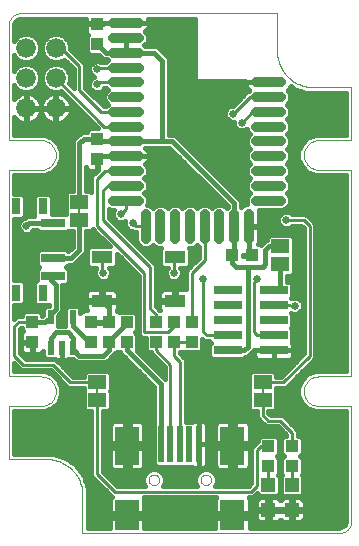
<source format=gtl>
G75*
G70*
%OFA0B0*%
%FSLAX24Y24*%
%IPPOS*%
%LPD*%
%AMOC8*
5,1,8,0,0,1.08239X$1,22.5*
%
%ADD10C,0.0000*%
%ADD11C,0.0335*%
%ADD12R,0.0630X0.0460*%
%ADD13R,0.0472X0.0472*%
%ADD14R,0.0787X0.0984*%
%ADD15R,0.0787X0.1299*%
%ADD16R,0.0197X0.1220*%
%ADD17R,0.0709X0.0433*%
%ADD18R,0.0945X0.0299*%
%ADD19R,0.0217X0.0472*%
%ADD20R,0.0394X0.0433*%
%ADD21R,0.0433X0.0394*%
%ADD22C,0.0660*%
%ADD23R,0.0315X0.0551*%
%ADD24R,0.0787X0.0315*%
%ADD25R,0.0080X0.0250*%
%ADD26C,0.0250*%
%ADD27C,0.0160*%
%ADD28C,0.0100*%
D10*
X002428Y003348D02*
X003708Y003348D01*
X003774Y003346D01*
X003840Y003341D01*
X003906Y003331D01*
X003971Y003318D01*
X004035Y003302D01*
X004098Y003282D01*
X004160Y003258D01*
X004220Y003231D01*
X004279Y003201D01*
X004336Y003167D01*
X004391Y003130D01*
X004444Y003090D01*
X004495Y003048D01*
X004543Y003002D01*
X004589Y002954D01*
X004631Y002903D01*
X004671Y002850D01*
X004708Y002795D01*
X004742Y002738D01*
X004772Y002679D01*
X004799Y002619D01*
X004823Y002557D01*
X004843Y002494D01*
X004859Y002430D01*
X004872Y002365D01*
X004882Y002299D01*
X004887Y002233D01*
X004889Y002167D01*
X004889Y000888D01*
X013452Y000888D01*
X013452Y000887D02*
X013491Y000889D01*
X013529Y000895D01*
X013566Y000904D01*
X013603Y000917D01*
X013638Y000934D01*
X013671Y000953D01*
X013702Y000976D01*
X013731Y001002D01*
X013757Y001031D01*
X013780Y001062D01*
X013799Y001095D01*
X013816Y001130D01*
X013829Y001167D01*
X013838Y001204D01*
X013844Y001242D01*
X013846Y001281D01*
X013845Y001281D02*
X013845Y005120D01*
X012763Y005120D01*
X012720Y005122D01*
X012678Y005127D01*
X012636Y005137D01*
X012595Y005150D01*
X012555Y005166D01*
X012517Y005186D01*
X012481Y005209D01*
X012447Y005235D01*
X012415Y005264D01*
X012386Y005296D01*
X012360Y005330D01*
X012337Y005366D01*
X012317Y005404D01*
X012301Y005444D01*
X012288Y005485D01*
X012278Y005527D01*
X012273Y005569D01*
X012271Y005612D01*
X012273Y005655D01*
X012278Y005697D01*
X012288Y005739D01*
X012301Y005780D01*
X012317Y005820D01*
X012337Y005858D01*
X012360Y005894D01*
X012386Y005928D01*
X012415Y005960D01*
X012447Y005989D01*
X012481Y006015D01*
X012517Y006038D01*
X012555Y006058D01*
X012595Y006074D01*
X012636Y006087D01*
X012678Y006097D01*
X012720Y006102D01*
X012763Y006104D01*
X013845Y006104D01*
X013845Y012994D01*
X012763Y012994D01*
X012720Y012996D01*
X012678Y013001D01*
X012636Y013011D01*
X012595Y013024D01*
X012555Y013040D01*
X012517Y013060D01*
X012481Y013083D01*
X012447Y013109D01*
X012415Y013138D01*
X012386Y013170D01*
X012360Y013204D01*
X012337Y013240D01*
X012317Y013278D01*
X012301Y013318D01*
X012288Y013359D01*
X012278Y013401D01*
X012273Y013443D01*
X012271Y013486D01*
X012273Y013529D01*
X012278Y013571D01*
X012288Y013613D01*
X012301Y013654D01*
X012317Y013694D01*
X012337Y013732D01*
X012360Y013768D01*
X012386Y013802D01*
X012415Y013834D01*
X012447Y013863D01*
X012481Y013889D01*
X012517Y013912D01*
X012555Y013932D01*
X012595Y013948D01*
X012636Y013961D01*
X012678Y013971D01*
X012720Y013976D01*
X012763Y013978D01*
X013845Y013978D01*
X013845Y015750D01*
X012566Y015750D01*
X012500Y015752D01*
X012434Y015757D01*
X012368Y015767D01*
X012303Y015780D01*
X012239Y015796D01*
X012176Y015816D01*
X012114Y015840D01*
X012054Y015867D01*
X011995Y015897D01*
X011938Y015931D01*
X011883Y015968D01*
X011830Y016008D01*
X011779Y016050D01*
X011731Y016096D01*
X011685Y016144D01*
X011643Y016195D01*
X011603Y016248D01*
X011566Y016303D01*
X011532Y016360D01*
X011502Y016419D01*
X011475Y016479D01*
X011451Y016541D01*
X011431Y016604D01*
X011415Y016668D01*
X011402Y016733D01*
X011392Y016799D01*
X011387Y016865D01*
X011385Y016931D01*
X011385Y018210D01*
X002822Y018210D01*
X002822Y018211D02*
X002783Y018209D01*
X002745Y018203D01*
X002708Y018194D01*
X002671Y018181D01*
X002636Y018164D01*
X002603Y018145D01*
X002572Y018122D01*
X002543Y018096D01*
X002517Y018067D01*
X002494Y018036D01*
X002475Y018003D01*
X002458Y017968D01*
X002445Y017931D01*
X002436Y017894D01*
X002430Y017856D01*
X002428Y017817D01*
X002428Y013978D01*
X003511Y013978D01*
X003554Y013976D01*
X003596Y013971D01*
X003638Y013961D01*
X003679Y013948D01*
X003719Y013932D01*
X003757Y013912D01*
X003793Y013889D01*
X003827Y013863D01*
X003859Y013834D01*
X003888Y013802D01*
X003914Y013768D01*
X003937Y013732D01*
X003957Y013694D01*
X003973Y013654D01*
X003986Y013613D01*
X003996Y013571D01*
X004001Y013529D01*
X004003Y013486D01*
X004001Y013443D01*
X003996Y013401D01*
X003986Y013359D01*
X003973Y013318D01*
X003957Y013278D01*
X003937Y013240D01*
X003914Y013204D01*
X003888Y013170D01*
X003859Y013138D01*
X003827Y013109D01*
X003793Y013083D01*
X003757Y013060D01*
X003719Y013040D01*
X003679Y013024D01*
X003638Y013011D01*
X003596Y013001D01*
X003554Y012996D01*
X003511Y012994D01*
X002428Y012994D01*
X002428Y006104D01*
X003511Y006104D01*
X003554Y006102D01*
X003596Y006097D01*
X003638Y006087D01*
X003679Y006074D01*
X003719Y006058D01*
X003757Y006038D01*
X003793Y006015D01*
X003827Y005989D01*
X003859Y005960D01*
X003888Y005928D01*
X003914Y005894D01*
X003937Y005858D01*
X003957Y005820D01*
X003973Y005780D01*
X003986Y005739D01*
X003996Y005697D01*
X004001Y005655D01*
X004003Y005612D01*
X004001Y005569D01*
X003996Y005527D01*
X003986Y005485D01*
X003973Y005444D01*
X003957Y005404D01*
X003937Y005366D01*
X003914Y005330D01*
X003888Y005296D01*
X003859Y005264D01*
X003827Y005235D01*
X003793Y005209D01*
X003757Y005186D01*
X003719Y005166D01*
X003679Y005150D01*
X003638Y005137D01*
X003596Y005127D01*
X003554Y005122D01*
X003511Y005120D01*
X002428Y005120D01*
X002428Y003348D01*
X007094Y002659D02*
X007096Y002685D01*
X007102Y002711D01*
X007112Y002736D01*
X007125Y002759D01*
X007141Y002779D01*
X007161Y002797D01*
X007183Y002812D01*
X007206Y002824D01*
X007232Y002832D01*
X007258Y002836D01*
X007284Y002836D01*
X007310Y002832D01*
X007336Y002824D01*
X007360Y002812D01*
X007381Y002797D01*
X007401Y002779D01*
X007417Y002759D01*
X007430Y002736D01*
X007440Y002711D01*
X007446Y002685D01*
X007448Y002659D01*
X007446Y002633D01*
X007440Y002607D01*
X007430Y002582D01*
X007417Y002559D01*
X007401Y002539D01*
X007381Y002521D01*
X007359Y002506D01*
X007336Y002494D01*
X007310Y002486D01*
X007284Y002482D01*
X007258Y002482D01*
X007232Y002486D01*
X007206Y002494D01*
X007182Y002506D01*
X007161Y002521D01*
X007141Y002539D01*
X007125Y002559D01*
X007112Y002582D01*
X007102Y002607D01*
X007096Y002633D01*
X007094Y002659D01*
X008826Y002659D02*
X008828Y002685D01*
X008834Y002711D01*
X008844Y002736D01*
X008857Y002759D01*
X008873Y002779D01*
X008893Y002797D01*
X008915Y002812D01*
X008938Y002824D01*
X008964Y002832D01*
X008990Y002836D01*
X009016Y002836D01*
X009042Y002832D01*
X009068Y002824D01*
X009092Y002812D01*
X009113Y002797D01*
X009133Y002779D01*
X009149Y002759D01*
X009162Y002736D01*
X009172Y002711D01*
X009178Y002685D01*
X009180Y002659D01*
X009178Y002633D01*
X009172Y002607D01*
X009162Y002582D01*
X009149Y002559D01*
X009133Y002539D01*
X009113Y002521D01*
X009091Y002506D01*
X009068Y002494D01*
X009042Y002486D01*
X009016Y002482D01*
X008990Y002482D01*
X008964Y002486D01*
X008938Y002494D01*
X008914Y002506D01*
X008893Y002521D01*
X008873Y002539D01*
X008857Y002559D01*
X008844Y002582D01*
X008834Y002607D01*
X008828Y002633D01*
X008826Y002659D01*
D11*
X008964Y011527D02*
X008964Y011527D01*
X008964Y010681D01*
X008964Y010681D01*
X008964Y011527D01*
X008964Y011015D02*
X008964Y011015D01*
X008964Y011349D02*
X008964Y011349D01*
X008471Y011527D02*
X008471Y011527D01*
X008471Y010681D01*
X008471Y010681D01*
X008471Y011527D01*
X008471Y011015D02*
X008471Y011015D01*
X008471Y011349D02*
X008471Y011349D01*
X007979Y011527D02*
X007979Y011527D01*
X007979Y010681D01*
X007979Y010681D01*
X007979Y011527D01*
X007979Y011015D02*
X007979Y011015D01*
X007979Y011349D02*
X007979Y011349D01*
X007487Y011527D02*
X007487Y011527D01*
X007487Y010681D01*
X007487Y010681D01*
X007487Y011527D01*
X007487Y011015D02*
X007487Y011015D01*
X007487Y011349D02*
X007487Y011349D01*
X006995Y011527D02*
X006995Y011527D01*
X006995Y010681D01*
X006995Y010681D01*
X006995Y011527D01*
X006995Y011015D02*
X006995Y011015D01*
X006995Y011349D02*
X006995Y011349D01*
X006768Y011970D02*
X006768Y011970D01*
X005922Y011970D01*
X005922Y011970D01*
X006768Y011970D01*
X006768Y012462D02*
X006768Y012462D01*
X005922Y012462D01*
X005922Y012462D01*
X006768Y012462D01*
X006768Y012954D02*
X006768Y012954D01*
X005922Y012954D01*
X005922Y012954D01*
X006768Y012954D01*
X006768Y013447D02*
X006768Y013447D01*
X005922Y013447D01*
X005922Y013447D01*
X006768Y013447D01*
X006768Y013939D02*
X006768Y013939D01*
X005922Y013939D01*
X005922Y013939D01*
X006768Y013939D01*
X006768Y014431D02*
X006768Y014431D01*
X005922Y014431D01*
X005922Y014431D01*
X006768Y014431D01*
X006768Y014923D02*
X006768Y014923D01*
X005922Y014923D01*
X005922Y014923D01*
X006768Y014923D01*
X006768Y015415D02*
X006768Y015415D01*
X005922Y015415D01*
X005922Y015415D01*
X006768Y015415D01*
X006768Y015907D02*
X006768Y015907D01*
X005922Y015907D01*
X005922Y015907D01*
X006768Y015907D01*
X006768Y016399D02*
X006768Y016399D01*
X005922Y016399D01*
X005922Y016399D01*
X006768Y016399D01*
X006768Y016891D02*
X006768Y016891D01*
X005922Y016891D01*
X005922Y016891D01*
X006768Y016891D01*
X006768Y017384D02*
X006768Y017384D01*
X005922Y017384D01*
X005922Y017384D01*
X006768Y017384D01*
X006768Y017876D02*
X006768Y017876D01*
X005922Y017876D01*
X005922Y017876D01*
X006768Y017876D01*
X011512Y015907D02*
X011512Y015907D01*
X010666Y015907D01*
X010666Y015907D01*
X011512Y015907D01*
X011512Y015415D02*
X011512Y015415D01*
X010666Y015415D01*
X010666Y015415D01*
X011512Y015415D01*
X011512Y014923D02*
X011512Y014923D01*
X010666Y014923D01*
X010666Y014923D01*
X011512Y014923D01*
X011512Y014431D02*
X011512Y014431D01*
X010666Y014431D01*
X010666Y014431D01*
X011512Y014431D01*
X011512Y013939D02*
X011512Y013939D01*
X010666Y013939D01*
X010666Y013939D01*
X011512Y013939D01*
X011512Y013447D02*
X011512Y013447D01*
X010666Y013447D01*
X010666Y013447D01*
X011512Y013447D01*
X011512Y012954D02*
X011512Y012954D01*
X010666Y012954D01*
X010666Y012954D01*
X011512Y012954D01*
X011512Y012462D02*
X011512Y012462D01*
X010666Y012462D01*
X010666Y012462D01*
X011512Y012462D01*
X011512Y011970D02*
X011512Y011970D01*
X010666Y011970D01*
X010666Y011970D01*
X011512Y011970D01*
X010440Y011527D02*
X010440Y011527D01*
X010440Y010681D01*
X010440Y010681D01*
X010440Y011527D01*
X010440Y011015D02*
X010440Y011015D01*
X010440Y011349D02*
X010440Y011349D01*
X009948Y011527D02*
X009948Y011527D01*
X009948Y010681D01*
X009948Y010681D01*
X009948Y011527D01*
X009948Y011015D02*
X009948Y011015D01*
X009948Y011349D02*
X009948Y011349D01*
X009456Y011527D02*
X009456Y011527D01*
X009456Y010681D01*
X009456Y010681D01*
X009456Y011527D01*
X009456Y011015D02*
X009456Y011015D01*
X009456Y011349D02*
X009456Y011349D01*
D12*
X011483Y010439D03*
X011483Y009839D03*
X010893Y005912D03*
X010893Y005312D03*
X005381Y005312D03*
X005381Y005912D03*
X004790Y011316D03*
X004790Y011916D03*
D13*
X011089Y002482D03*
X011877Y002482D03*
X011877Y001655D03*
X011089Y001655D03*
D14*
X009889Y001478D03*
X006385Y001478D03*
D15*
X006385Y003801D03*
X009889Y003801D03*
D16*
X008767Y003840D03*
X008452Y003840D03*
X008137Y003840D03*
X007822Y003840D03*
X007507Y003840D03*
D17*
X007979Y008624D03*
X007979Y010080D03*
X005538Y010080D03*
X005538Y008624D03*
D18*
X009731Y008474D03*
X009731Y007974D03*
X009731Y007474D03*
X009731Y006974D03*
X011267Y006974D03*
X011267Y007474D03*
X011267Y007974D03*
X011267Y008474D03*
X011267Y008974D03*
X009731Y008974D03*
D19*
X004574Y008092D03*
X003826Y008092D03*
X003826Y007069D03*
X004200Y007069D03*
X004574Y007069D03*
D20*
X005184Y007246D03*
X005184Y007915D03*
X005775Y007915D03*
X005775Y007246D03*
X003215Y007246D03*
X003215Y007915D03*
X005381Y013348D03*
X005381Y014017D03*
X005381Y017187D03*
X005381Y017856D03*
D21*
X009869Y010139D03*
X010538Y010139D03*
X008530Y007915D03*
X008530Y007246D03*
X007940Y007246D03*
X007940Y007915D03*
X007349Y007915D03*
X007349Y007246D03*
X006365Y007246D03*
X006365Y007915D03*
X011089Y003781D03*
X011089Y003112D03*
X011877Y003112D03*
X011877Y003781D03*
D22*
X004003Y015045D03*
X004003Y016045D03*
X004003Y017045D03*
X003019Y017045D03*
X003019Y016045D03*
X003019Y015045D03*
D23*
X002664Y011773D03*
X003570Y011773D03*
X003570Y008899D03*
X002664Y008899D03*
D24*
X003904Y009451D03*
X003904Y010041D03*
X003904Y011222D03*
D25*
X004790Y011616D03*
X005381Y005612D03*
X010893Y005612D03*
D26*
X010302Y004825D03*
X009908Y004825D03*
X009515Y004825D03*
X009515Y002856D03*
X009908Y002856D03*
X010302Y002856D03*
X012664Y001281D03*
X013058Y001281D03*
X013452Y001281D03*
X013452Y001675D03*
X013452Y002069D03*
X013058Y001675D03*
X013452Y004825D03*
X013452Y006399D03*
X011975Y006990D03*
X011975Y008466D03*
X010696Y009352D03*
X010893Y011124D03*
X011680Y011321D03*
X011975Y011911D03*
X011975Y012305D03*
X011975Y012699D03*
X011975Y013092D03*
X011975Y013486D03*
X011975Y013880D03*
X011975Y014273D03*
X011975Y014667D03*
X011975Y015061D03*
X011975Y015454D03*
X013058Y015356D03*
X013452Y015356D03*
X013452Y014962D03*
X013452Y014273D03*
X013452Y012699D03*
X013452Y009549D03*
X010204Y014569D03*
X009908Y014864D03*
X009712Y015454D03*
X009712Y015848D03*
X010105Y015848D03*
X010105Y015454D03*
X009318Y015454D03*
X009318Y015848D03*
X008924Y015848D03*
X008924Y015454D03*
X008530Y015454D03*
X008137Y015454D03*
X008137Y015848D03*
X008530Y015848D03*
X008530Y016242D03*
X008137Y016242D03*
X008137Y016636D03*
X008137Y017029D03*
X008530Y017029D03*
X008530Y016636D03*
X008530Y017423D03*
X008137Y017423D03*
X008137Y017817D03*
X008530Y017817D03*
X007743Y017817D03*
X007349Y017817D03*
X005381Y016340D03*
X005381Y015848D03*
X004790Y017817D03*
X004397Y017817D03*
X003215Y017817D03*
X002822Y017817D03*
X002822Y014273D03*
X002822Y012699D03*
X003019Y011124D03*
X004200Y010730D03*
X003019Y009352D03*
X004889Y008565D03*
X005578Y009549D03*
X006168Y008565D03*
X007349Y010139D03*
X007940Y009549D03*
X007546Y009254D03*
X008924Y009352D03*
X009121Y011911D03*
X007152Y011911D03*
X006562Y011222D03*
X006168Y011517D03*
X005184Y012895D03*
X007152Y013486D03*
X003215Y006793D03*
X004200Y006596D03*
X002822Y004825D03*
X002822Y004136D03*
X002822Y003742D03*
X003215Y003742D03*
X005282Y001675D03*
X005282Y001281D03*
X005676Y001281D03*
X005971Y002856D03*
X006365Y002856D03*
X006759Y002856D03*
X006759Y004825D03*
X006365Y004825D03*
X005971Y004825D03*
D27*
X005967Y004631D02*
X005922Y004618D01*
X005881Y004595D01*
X005847Y004561D01*
X005823Y004520D01*
X005811Y004474D01*
X005811Y003881D01*
X006305Y003881D01*
X006305Y004631D01*
X005967Y004631D01*
X005828Y004528D02*
X005571Y004528D01*
X005571Y004686D02*
X007287Y004686D01*
X007287Y004528D02*
X006942Y004528D01*
X006946Y004520D02*
X006923Y004561D01*
X006889Y004595D01*
X006848Y004618D01*
X006802Y004631D01*
X006465Y004631D01*
X006465Y003881D01*
X006958Y003881D01*
X006958Y004474D01*
X006946Y004520D01*
X006958Y004369D02*
X007268Y004369D01*
X007268Y004509D02*
X007268Y003172D01*
X007350Y003090D01*
X007663Y003090D01*
X007664Y003091D01*
X007665Y003090D01*
X007978Y003090D01*
X007979Y003091D01*
X007980Y003090D01*
X008293Y003090D01*
X008294Y003091D01*
X008295Y003090D01*
X008554Y003090D01*
X008558Y003086D01*
X008599Y003062D01*
X008645Y003050D01*
X008767Y003050D01*
X008889Y003050D01*
X008935Y003062D01*
X008976Y003086D01*
X009009Y003120D01*
X009033Y003161D01*
X009045Y003206D01*
X009045Y003840D01*
X008767Y003840D01*
X008767Y003840D01*
X008767Y003050D01*
X008767Y003840D01*
X008767Y003840D01*
X009045Y003840D01*
X009045Y004474D01*
X009033Y004520D01*
X009009Y004561D01*
X008976Y004595D01*
X008935Y004618D01*
X008889Y004631D01*
X008767Y004631D01*
X008767Y003840D01*
X008767Y003840D01*
X008767Y004631D01*
X008645Y004631D01*
X008599Y004618D01*
X008558Y004595D01*
X008554Y004591D01*
X008327Y004591D01*
X008327Y006675D01*
X008130Y006872D01*
X008130Y006909D01*
X008214Y006909D01*
X008235Y006930D01*
X008256Y006909D01*
X008805Y006909D01*
X008887Y006991D01*
X008887Y007349D01*
X008952Y007284D01*
X009119Y007284D01*
X009119Y007267D01*
X009161Y007224D01*
X009119Y007182D01*
X009119Y006767D01*
X009201Y006685D01*
X010262Y006685D01*
X010331Y006754D01*
X010377Y006754D01*
X010492Y006868D01*
X010614Y006991D01*
X010614Y006974D01*
X010614Y006801D01*
X010626Y006755D01*
X010650Y006714D01*
X010684Y006681D01*
X010725Y006657D01*
X010771Y006645D01*
X011267Y006645D01*
X011763Y006645D01*
X011809Y006657D01*
X011850Y006681D01*
X011883Y006714D01*
X011907Y006755D01*
X011919Y006801D01*
X011919Y006974D01*
X011267Y006974D01*
X011267Y006974D01*
X011919Y006974D01*
X011919Y007147D01*
X011907Y007193D01*
X011883Y007234D01*
X011865Y007252D01*
X011879Y007267D01*
X011879Y007682D01*
X011837Y007724D01*
X011879Y007767D01*
X011879Y008182D01*
X011837Y008224D01*
X011846Y008233D01*
X011923Y008201D01*
X012028Y008201D01*
X012125Y008242D01*
X012200Y008316D01*
X012240Y008414D01*
X012240Y008519D01*
X012200Y008616D01*
X012125Y008691D01*
X012028Y008731D01*
X011923Y008731D01*
X011857Y008704D01*
X011837Y008724D01*
X011879Y008767D01*
X011879Y009182D01*
X011797Y009264D01*
X011703Y009264D01*
X011703Y009469D01*
X011856Y009469D01*
X011938Y009552D01*
X011938Y010127D01*
X011926Y010139D01*
X011938Y010152D01*
X011938Y010727D01*
X011856Y010809D01*
X011110Y010809D01*
X011028Y010727D01*
X011028Y010659D01*
X011003Y010659D01*
X010900Y010556D01*
X010839Y010496D01*
X010824Y010504D01*
X010779Y010516D01*
X010748Y010516D01*
X010774Y010580D01*
X010787Y010647D01*
X010787Y011100D01*
X010444Y011100D01*
X010444Y011108D01*
X010787Y011108D01*
X010787Y011562D01*
X010774Y011629D01*
X010760Y011663D01*
X011574Y011663D01*
X011687Y011710D01*
X011773Y011796D01*
X011820Y011909D01*
X011820Y012031D01*
X011773Y012144D01*
X011701Y012216D01*
X011773Y012288D01*
X011820Y012401D01*
X011820Y012523D01*
X011773Y012636D01*
X011701Y012708D01*
X011773Y012780D01*
X011820Y012893D01*
X011820Y013016D01*
X011773Y013129D01*
X011701Y013201D01*
X011773Y013273D01*
X011820Y013385D01*
X011820Y013508D01*
X011773Y013621D01*
X011701Y013693D01*
X011773Y013765D01*
X011820Y013878D01*
X011820Y014000D01*
X011773Y014113D01*
X011701Y014185D01*
X011773Y014257D01*
X011820Y014370D01*
X011820Y014492D01*
X011773Y014605D01*
X011701Y014677D01*
X011773Y014749D01*
X011820Y014862D01*
X011820Y014984D01*
X011773Y015097D01*
X011701Y015169D01*
X011773Y015241D01*
X011820Y015354D01*
X011820Y015476D01*
X011773Y015589D01*
X011729Y015634D01*
X011734Y015637D01*
X011783Y015686D01*
X011821Y015743D01*
X011836Y015779D01*
X011940Y015703D01*
X011940Y015703D01*
X012350Y015570D01*
X013665Y015570D01*
X013665Y014158D01*
X012629Y014158D01*
X012382Y014056D01*
X012193Y013867D01*
X012193Y013867D01*
X012091Y013620D01*
X012091Y013352D01*
X012193Y013105D01*
X012382Y012916D01*
X012629Y012814D01*
X013665Y012814D01*
X013665Y006284D01*
X012629Y006284D01*
X012382Y006182D01*
X012193Y005993D01*
X012193Y005993D01*
X012091Y005746D01*
X012091Y005478D01*
X012193Y005231D01*
X012382Y005042D01*
X012629Y004940D01*
X013665Y004940D01*
X013665Y001281D01*
X013661Y001240D01*
X013629Y001163D01*
X013570Y001104D01*
X013493Y001072D01*
X013452Y001068D01*
X010462Y001068D01*
X010462Y001398D01*
X009969Y001398D01*
X009969Y001558D01*
X010462Y001558D01*
X010462Y001994D01*
X010450Y002040D01*
X010429Y002075D01*
X010578Y002075D01*
X010689Y002187D01*
X010713Y002211D01*
X010713Y002188D01*
X010795Y002106D01*
X011384Y002106D01*
X011466Y002188D01*
X011466Y002776D01*
X011415Y002827D01*
X011446Y002857D01*
X011446Y003367D01*
X011366Y003447D01*
X011446Y003526D01*
X011446Y004036D01*
X011364Y004118D01*
X010815Y004118D01*
X010733Y004036D01*
X010733Y003949D01*
X010617Y003833D01*
X010506Y003722D01*
X010506Y002541D01*
X010420Y002455D01*
X009304Y002455D01*
X009306Y002457D01*
X009360Y002588D01*
X009360Y002730D01*
X009306Y002862D01*
X009205Y002962D01*
X009074Y003016D01*
X008932Y003016D01*
X008801Y002962D01*
X008700Y002862D01*
X008646Y002730D01*
X008646Y002588D01*
X008700Y002457D01*
X008701Y002455D01*
X007572Y002455D01*
X007573Y002457D01*
X007628Y002588D01*
X007628Y002730D01*
X007573Y002862D01*
X007473Y002962D01*
X007342Y003016D01*
X007200Y003016D01*
X007068Y002962D01*
X006968Y002862D01*
X006913Y002730D01*
X006913Y002588D01*
X006968Y002457D01*
X006969Y002455D01*
X006050Y002455D01*
X005571Y002935D01*
X005571Y004942D01*
X005754Y004942D01*
X005836Y005024D01*
X005836Y005600D01*
X005824Y005612D01*
X005836Y005624D01*
X005836Y006200D01*
X005754Y006282D01*
X005008Y006282D01*
X004926Y006200D01*
X004926Y006102D01*
X004569Y006102D01*
X004094Y006576D01*
X003985Y006686D01*
X004022Y006665D01*
X004068Y006652D01*
X004200Y006652D01*
X004332Y006652D01*
X004377Y006665D01*
X004419Y006688D01*
X004423Y006692D01*
X004580Y006692D01*
X004699Y006573D01*
X005669Y006573D01*
X005798Y006702D01*
X005985Y006889D01*
X006029Y006889D01*
X006070Y006930D01*
X006091Y006909D01*
X006145Y006909D01*
X006145Y006899D01*
X007287Y005757D01*
X007287Y004527D01*
X007268Y004509D01*
X007268Y004211D02*
X006958Y004211D01*
X006958Y004052D02*
X007268Y004052D01*
X007268Y003894D02*
X006958Y003894D01*
X006958Y003721D02*
X006465Y003721D01*
X006465Y003881D01*
X006305Y003881D01*
X006305Y003721D01*
X006465Y003721D01*
X006465Y002971D01*
X006802Y002971D01*
X006848Y002984D01*
X006889Y003007D01*
X006923Y003041D01*
X006946Y003082D01*
X006958Y003128D01*
X006958Y003721D01*
X006958Y003577D02*
X007268Y003577D01*
X007268Y003735D02*
X006465Y003735D01*
X006465Y003577D02*
X006305Y003577D01*
X006305Y003721D02*
X006305Y002971D01*
X005967Y002971D01*
X005922Y002984D01*
X005881Y003007D01*
X005847Y003041D01*
X005823Y003082D01*
X005811Y003128D01*
X005811Y003721D01*
X006305Y003721D01*
X006305Y003735D02*
X005571Y003735D01*
X005571Y003577D02*
X005811Y003577D01*
X005811Y003418D02*
X005571Y003418D01*
X005571Y003260D02*
X005811Y003260D01*
X005818Y003101D02*
X005571Y003101D01*
X005571Y002943D02*
X007049Y002943D01*
X006951Y003101D02*
X007339Y003101D01*
X007268Y003260D02*
X006958Y003260D01*
X006958Y003418D02*
X007268Y003418D01*
X007492Y002943D02*
X008782Y002943D01*
X008767Y003101D02*
X008767Y003101D01*
X008767Y003260D02*
X008767Y003260D01*
X008767Y003418D02*
X008767Y003418D01*
X008767Y003577D02*
X008767Y003577D01*
X008767Y003735D02*
X008767Y003735D01*
X008767Y003894D02*
X008767Y003894D01*
X008767Y004052D02*
X008767Y004052D01*
X008767Y004211D02*
X008767Y004211D01*
X008767Y004369D02*
X008767Y004369D01*
X008767Y004528D02*
X008767Y004528D01*
X009028Y004528D02*
X009332Y004528D01*
X009327Y004520D02*
X009315Y004474D01*
X009315Y003881D01*
X009809Y003881D01*
X009809Y004631D01*
X009471Y004631D01*
X009426Y004618D01*
X009384Y004595D01*
X009351Y004561D01*
X009327Y004520D01*
X009315Y004369D02*
X009045Y004369D01*
X009045Y004211D02*
X009315Y004211D01*
X009315Y004052D02*
X009045Y004052D01*
X009045Y003894D02*
X009315Y003894D01*
X009315Y003721D02*
X009315Y003128D01*
X009327Y003082D01*
X009351Y003041D01*
X009384Y003007D01*
X009426Y002984D01*
X009471Y002971D01*
X009809Y002971D01*
X009809Y003721D01*
X009969Y003721D01*
X009969Y003881D01*
X010462Y003881D01*
X010462Y004474D01*
X010450Y004520D01*
X010426Y004561D01*
X010393Y004595D01*
X010352Y004618D01*
X010306Y004631D01*
X009969Y004631D01*
X009969Y003881D01*
X009809Y003881D01*
X009809Y003721D01*
X009315Y003721D01*
X009315Y003577D02*
X009045Y003577D01*
X009045Y003735D02*
X009809Y003735D01*
X009809Y003577D02*
X009969Y003577D01*
X009969Y003721D02*
X009969Y002971D01*
X010306Y002971D01*
X010352Y002984D01*
X010393Y003007D01*
X010426Y003041D01*
X010450Y003082D01*
X010462Y003128D01*
X010462Y003721D01*
X009969Y003721D01*
X009969Y003735D02*
X010519Y003735D01*
X010506Y003577D02*
X010462Y003577D01*
X010462Y003418D02*
X010506Y003418D01*
X010506Y003260D02*
X010462Y003260D01*
X010455Y003101D02*
X010506Y003101D01*
X010506Y002943D02*
X009224Y002943D01*
X009322Y003101D02*
X008991Y003101D01*
X009045Y003260D02*
X009315Y003260D01*
X009315Y003418D02*
X009045Y003418D01*
X009338Y002784D02*
X010506Y002784D01*
X010506Y002626D02*
X009360Y002626D01*
X009310Y002467D02*
X010432Y002467D01*
X010653Y002150D02*
X010751Y002150D01*
X010784Y002059D02*
X010743Y002036D01*
X010709Y002002D01*
X010686Y001961D01*
X010673Y001915D01*
X010673Y001693D01*
X011051Y001693D01*
X011051Y001617D01*
X010673Y001617D01*
X010673Y001395D01*
X010686Y001350D01*
X010709Y001309D01*
X010743Y001275D01*
X010784Y001251D01*
X010830Y001239D01*
X011051Y001239D01*
X011051Y001617D01*
X011128Y001617D01*
X011128Y001693D01*
X011839Y001693D01*
X011839Y001617D01*
X011915Y001617D01*
X011915Y001239D01*
X012137Y001239D01*
X012183Y001251D01*
X012224Y001275D01*
X012257Y001309D01*
X012281Y001350D01*
X012293Y001395D01*
X012293Y001617D01*
X011915Y001617D01*
X011915Y001693D01*
X012293Y001693D01*
X012293Y001915D01*
X012281Y001961D01*
X012257Y002002D01*
X012224Y002036D01*
X012183Y002059D01*
X012137Y002071D01*
X011915Y002071D01*
X011915Y001693D01*
X011839Y001693D01*
X011839Y002071D01*
X011617Y002071D01*
X011571Y002059D01*
X011530Y002036D01*
X011497Y002002D01*
X011483Y001979D01*
X011470Y002002D01*
X011436Y002036D01*
X011395Y002059D01*
X011349Y002071D01*
X011128Y002071D01*
X011128Y001693D01*
X011051Y001693D01*
X011051Y002071D01*
X010830Y002071D01*
X010784Y002059D01*
X010703Y001992D02*
X010462Y001992D01*
X010462Y001833D02*
X010673Y001833D01*
X010462Y001675D02*
X011051Y001675D01*
X011128Y001675D02*
X011839Y001675D01*
X011839Y001617D02*
X011506Y001617D01*
X011128Y001617D01*
X011128Y001239D01*
X011349Y001239D01*
X011395Y001251D01*
X011436Y001275D01*
X011470Y001309D01*
X011483Y001332D01*
X011497Y001309D01*
X011530Y001275D01*
X011571Y001251D01*
X011617Y001239D01*
X011839Y001239D01*
X011839Y001617D01*
X011915Y001675D02*
X013665Y001675D01*
X013665Y001833D02*
X012293Y001833D01*
X012263Y001992D02*
X013665Y001992D01*
X013665Y002150D02*
X012216Y002150D01*
X012253Y002188D02*
X012253Y002776D01*
X012203Y002827D01*
X012233Y002857D01*
X012233Y003367D01*
X012154Y003447D01*
X012233Y003526D01*
X012233Y004036D01*
X012151Y004118D01*
X012067Y004118D01*
X012067Y004313D01*
X011673Y004706D01*
X011562Y004818D01*
X011168Y004818D01*
X011083Y004903D01*
X011083Y004942D01*
X011266Y004942D01*
X011348Y005024D01*
X011348Y005600D01*
X011336Y005612D01*
X011348Y005624D01*
X011348Y005722D01*
X011665Y005722D01*
X012546Y006603D01*
X012657Y006714D01*
X012657Y011202D01*
X012546Y011314D01*
X012349Y011511D01*
X011865Y011511D01*
X011830Y011545D01*
X011733Y011586D01*
X011627Y011586D01*
X011530Y011545D01*
X011455Y011471D01*
X011415Y011373D01*
X011415Y011268D01*
X011455Y011170D01*
X011530Y011096D01*
X011627Y011056D01*
X011733Y011056D01*
X011830Y011096D01*
X011865Y011131D01*
X012192Y011131D01*
X012277Y011045D01*
X012277Y006872D01*
X011508Y006102D01*
X011348Y006102D01*
X011348Y006200D01*
X011266Y006282D01*
X010520Y006282D01*
X010438Y006200D01*
X010438Y005624D01*
X010450Y005612D01*
X010438Y005600D01*
X010438Y005024D01*
X010520Y004942D01*
X010703Y004942D01*
X010703Y004746D01*
X010814Y004635D01*
X011011Y004438D01*
X011404Y004438D01*
X011687Y004155D01*
X011687Y004118D01*
X011602Y004118D01*
X011520Y004036D01*
X011520Y003526D01*
X011600Y003447D01*
X011520Y003367D01*
X011520Y002857D01*
X011551Y002827D01*
X011501Y002776D01*
X011501Y002188D01*
X011583Y002106D01*
X012171Y002106D01*
X012253Y002188D01*
X012253Y002309D02*
X013665Y002309D01*
X013665Y002467D02*
X012253Y002467D01*
X012253Y002626D02*
X013665Y002626D01*
X013665Y002784D02*
X012245Y002784D01*
X012233Y002943D02*
X013665Y002943D01*
X013665Y003101D02*
X012233Y003101D01*
X012233Y003260D02*
X013665Y003260D01*
X013665Y003418D02*
X012182Y003418D01*
X012233Y003577D02*
X013665Y003577D01*
X013665Y003735D02*
X012233Y003735D01*
X012233Y003894D02*
X013665Y003894D01*
X013665Y004052D02*
X012217Y004052D01*
X012067Y004211D02*
X013665Y004211D01*
X013665Y004369D02*
X012010Y004369D01*
X011852Y004528D02*
X013665Y004528D01*
X013665Y004686D02*
X011693Y004686D01*
X011473Y004369D02*
X010462Y004369D01*
X010462Y004211D02*
X011631Y004211D01*
X011537Y004052D02*
X011430Y004052D01*
X011446Y003894D02*
X011520Y003894D01*
X011520Y003735D02*
X011446Y003735D01*
X011446Y003577D02*
X011520Y003577D01*
X011572Y003418D02*
X011394Y003418D01*
X011446Y003260D02*
X011520Y003260D01*
X011520Y003101D02*
X011446Y003101D01*
X011446Y002943D02*
X011520Y002943D01*
X011509Y002784D02*
X011458Y002784D01*
X011466Y002626D02*
X011501Y002626D01*
X011501Y002467D02*
X011466Y002467D01*
X011466Y002309D02*
X011501Y002309D01*
X011538Y002150D02*
X011428Y002150D01*
X011476Y001992D02*
X011491Y001992D01*
X011128Y001992D02*
X011051Y001992D01*
X011051Y001833D02*
X011128Y001833D01*
X011128Y001516D02*
X011051Y001516D01*
X011051Y001358D02*
X011128Y001358D01*
X010683Y001358D02*
X010462Y001358D01*
X010462Y001199D02*
X013645Y001199D01*
X013665Y001358D02*
X012283Y001358D01*
X012293Y001516D02*
X013665Y001516D01*
X011915Y001516D02*
X011839Y001516D01*
X011839Y001358D02*
X011915Y001358D01*
X011915Y001833D02*
X011839Y001833D01*
X011839Y001992D02*
X011915Y001992D01*
X010673Y001516D02*
X009969Y001516D01*
X009809Y001516D02*
X006465Y001516D01*
X006465Y001558D02*
X006465Y001398D01*
X006958Y001398D01*
X006958Y001068D01*
X009315Y001068D01*
X009315Y001398D01*
X009809Y001398D01*
X009809Y001558D01*
X009315Y001558D01*
X009315Y001994D01*
X009327Y002040D01*
X009348Y002075D01*
X006926Y002075D01*
X006946Y002040D01*
X006958Y001994D01*
X006958Y001558D01*
X006465Y001558D01*
X006305Y001558D02*
X006305Y001398D01*
X005811Y001398D01*
X005811Y001068D01*
X005069Y001068D01*
X005069Y002383D01*
X004935Y002793D01*
X004682Y003141D01*
X004682Y003141D01*
X004333Y003395D01*
X003923Y003528D01*
X002608Y003528D01*
X002608Y004940D01*
X003644Y004940D01*
X003891Y005042D01*
X003891Y005042D01*
X004081Y005231D01*
X004183Y005478D01*
X004183Y005746D01*
X004081Y005993D01*
X003891Y006182D01*
X003644Y006284D01*
X002608Y006284D01*
X002608Y006541D01*
X002842Y006308D01*
X003826Y006308D01*
X004412Y005722D01*
X004926Y005722D01*
X004926Y005624D01*
X004938Y005612D01*
X004926Y005600D01*
X004926Y005024D01*
X005008Y004942D01*
X005191Y004942D01*
X005191Y002777D01*
X005302Y002666D01*
X005867Y002101D01*
X005847Y002081D01*
X005823Y002040D01*
X005811Y001994D01*
X005811Y001558D01*
X006305Y001558D01*
X006305Y001516D02*
X005069Y001516D01*
X005069Y001358D02*
X005811Y001358D01*
X005811Y001199D02*
X005069Y001199D01*
X005069Y001675D02*
X005811Y001675D01*
X005811Y001833D02*
X005069Y001833D01*
X005069Y001992D02*
X005811Y001992D01*
X005818Y002150D02*
X005069Y002150D01*
X005069Y002309D02*
X005659Y002309D01*
X005501Y002467D02*
X005041Y002467D01*
X005069Y002383D02*
X005069Y002383D01*
X004990Y002626D02*
X005342Y002626D01*
X005191Y002784D02*
X004938Y002784D01*
X004826Y002943D02*
X005191Y002943D01*
X005191Y003101D02*
X004711Y003101D01*
X004519Y003260D02*
X005191Y003260D01*
X005191Y003418D02*
X004261Y003418D01*
X005191Y003577D02*
X002608Y003577D01*
X002608Y003735D02*
X005191Y003735D01*
X005191Y003894D02*
X002608Y003894D01*
X002608Y004052D02*
X005191Y004052D01*
X005191Y004211D02*
X002608Y004211D01*
X002608Y004369D02*
X005191Y004369D01*
X005191Y004528D02*
X002608Y004528D01*
X002608Y004686D02*
X005191Y004686D01*
X005191Y004845D02*
X002608Y004845D01*
X002608Y006430D02*
X002719Y006430D01*
X002999Y006688D02*
X002815Y006872D01*
X002815Y007699D01*
X002841Y007725D01*
X002879Y007725D01*
X002879Y007641D01*
X002911Y007608D01*
X002908Y007606D01*
X002875Y007573D01*
X002851Y007532D01*
X002839Y007486D01*
X002839Y007264D01*
X003197Y007264D01*
X003197Y007227D01*
X003234Y007227D01*
X003234Y006849D01*
X003436Y006849D01*
X003482Y006862D01*
X003523Y006885D01*
X003556Y006919D01*
X003577Y006955D01*
X003577Y006774D01*
X003659Y006692D01*
X003977Y006692D01*
X003981Y006688D01*
X003982Y006688D01*
X002999Y006688D01*
X002940Y006747D02*
X003605Y006747D01*
X003577Y006905D02*
X003543Y006905D01*
X003234Y006905D02*
X003197Y006905D01*
X003197Y006849D02*
X003197Y007227D01*
X002839Y007227D01*
X002839Y007006D01*
X002851Y006960D01*
X002875Y006919D01*
X002908Y006885D01*
X002949Y006862D01*
X002995Y006849D01*
X003197Y006849D01*
X003197Y007064D02*
X003234Y007064D01*
X003234Y007222D02*
X003197Y007222D01*
X002839Y007222D02*
X002815Y007222D01*
X002815Y007064D02*
X002839Y007064D01*
X002815Y006905D02*
X002888Y006905D01*
X002839Y007381D02*
X002815Y007381D01*
X002815Y007539D02*
X002855Y007539D01*
X002879Y007698D02*
X002815Y007698D01*
X002608Y008029D02*
X002608Y008484D01*
X002880Y008484D01*
X002962Y008566D01*
X002962Y009233D01*
X002880Y009315D01*
X002608Y009315D01*
X002608Y011358D01*
X002880Y011358D01*
X002962Y011440D01*
X002962Y012107D01*
X002880Y012189D01*
X002608Y012189D01*
X002608Y012814D01*
X003644Y012814D01*
X003891Y012916D01*
X003891Y012916D01*
X004081Y013105D01*
X004183Y013352D01*
X004183Y013620D01*
X004081Y013867D01*
X003891Y014056D01*
X003644Y014158D01*
X002608Y014158D01*
X002608Y014742D01*
X002630Y014713D01*
X002686Y014656D01*
X002751Y014609D01*
X002823Y014572D01*
X002899Y014548D01*
X002978Y014535D01*
X003000Y014535D01*
X003000Y015027D01*
X003037Y015027D01*
X003037Y015063D01*
X003529Y015063D01*
X003984Y015063D01*
X003984Y015027D01*
X003037Y015027D01*
X003037Y014535D01*
X003059Y014535D01*
X003138Y014548D01*
X003214Y014572D01*
X003286Y014609D01*
X003351Y014656D01*
X003408Y014713D01*
X003455Y014778D01*
X003491Y014849D01*
X003511Y014909D01*
X003530Y014849D01*
X003567Y014778D01*
X003614Y014713D01*
X003671Y014656D01*
X003736Y014609D01*
X003807Y014572D01*
X003883Y014548D01*
X003963Y014535D01*
X003984Y014535D01*
X003984Y015027D01*
X004021Y015027D01*
X004021Y015063D01*
X004513Y015063D01*
X004513Y015085D01*
X004500Y015164D01*
X004476Y015241D01*
X004439Y015312D01*
X004392Y015377D01*
X004335Y015434D01*
X004270Y015481D01*
X004199Y015518D01*
X004122Y015542D01*
X004043Y015555D01*
X004021Y015555D01*
X004021Y015063D01*
X003984Y015063D01*
X003984Y015555D01*
X003963Y015555D01*
X003883Y015542D01*
X003807Y015518D01*
X003736Y015481D01*
X003671Y015434D01*
X003614Y015377D01*
X003567Y015312D01*
X003530Y015241D01*
X003511Y015181D01*
X003491Y015241D01*
X003455Y015312D01*
X003408Y015377D01*
X003351Y015434D01*
X003286Y015481D01*
X003214Y015518D01*
X003138Y015542D01*
X003059Y015555D01*
X003037Y015555D01*
X003037Y015063D01*
X003000Y015063D01*
X003000Y015555D01*
X002978Y015555D01*
X002899Y015542D01*
X002823Y015518D01*
X002751Y015481D01*
X002686Y015434D01*
X002630Y015377D01*
X002608Y015348D01*
X002608Y015808D01*
X002620Y015779D01*
X002752Y015647D01*
X002925Y015575D01*
X003112Y015575D01*
X003285Y015647D01*
X003417Y015779D01*
X003489Y015952D01*
X003489Y016139D01*
X003417Y016311D01*
X003285Y016443D01*
X003112Y016515D01*
X002925Y016515D01*
X002752Y016443D01*
X002620Y016311D01*
X002608Y016282D01*
X002608Y016808D01*
X002620Y016779D01*
X002752Y016647D01*
X002925Y016575D01*
X003112Y016575D01*
X003285Y016647D01*
X003417Y016779D01*
X003489Y016952D01*
X003489Y017139D01*
X003417Y017311D01*
X003285Y017443D01*
X003112Y017515D01*
X002925Y017515D01*
X002752Y017443D01*
X002620Y017311D01*
X002608Y017282D01*
X002608Y017817D01*
X002612Y017858D01*
X002644Y017935D01*
X002703Y017994D01*
X002780Y018026D01*
X002822Y018030D01*
X005004Y018030D01*
X005004Y017874D01*
X005362Y017874D01*
X005362Y017838D01*
X005004Y017838D01*
X005004Y017616D01*
X005016Y017570D01*
X005040Y017529D01*
X005073Y017495D01*
X005076Y017494D01*
X005044Y017461D01*
X005044Y016912D01*
X005126Y016830D01*
X005426Y016830D01*
X005585Y016671D01*
X005708Y016671D01*
X005734Y016645D01*
X005678Y016589D01*
X005555Y016589D01*
X005516Y016605D01*
X005480Y016589D01*
X005472Y016589D01*
X005434Y016605D01*
X005328Y016605D01*
X005231Y016565D01*
X005156Y016490D01*
X005116Y016393D01*
X005116Y016288D01*
X005156Y016190D01*
X005231Y016116D01*
X005282Y016094D01*
X005231Y016073D01*
X005156Y015998D01*
X005116Y015901D01*
X005116Y015795D01*
X005156Y015698D01*
X005231Y015624D01*
X005328Y015583D01*
X005434Y015583D01*
X005531Y015624D01*
X005605Y015698D01*
X005613Y015717D01*
X005678Y015717D01*
X005734Y015661D01*
X005662Y015589D01*
X005615Y015476D01*
X005615Y015354D01*
X005662Y015241D01*
X005734Y015169D01*
X005678Y015113D01*
X005597Y015113D01*
X004980Y015730D01*
X004980Y016517D01*
X004473Y017025D01*
X004473Y017139D01*
X004401Y017311D01*
X004269Y017443D01*
X004096Y017515D01*
X003909Y017515D01*
X003737Y017443D01*
X003604Y017311D01*
X003533Y017139D01*
X003533Y016952D01*
X003604Y016779D01*
X003737Y016647D01*
X003909Y016575D01*
X004096Y016575D01*
X004269Y016647D01*
X004291Y016669D01*
X004600Y016360D01*
X004600Y015716D01*
X004441Y015875D01*
X004473Y015952D01*
X004473Y016139D01*
X004401Y016311D01*
X004269Y016443D01*
X004096Y016515D01*
X003909Y016515D01*
X003737Y016443D01*
X003604Y016311D01*
X003533Y016139D01*
X003533Y015952D01*
X003604Y015779D01*
X003737Y015647D01*
X003909Y015575D01*
X004096Y015575D01*
X004173Y015607D01*
X005405Y014374D01*
X005126Y014374D01*
X005044Y014292D01*
X005044Y014237D01*
X004837Y014237D01*
X004708Y014109D01*
X004570Y013971D01*
X004570Y012286D01*
X004417Y012286D01*
X004335Y012204D01*
X004335Y011628D01*
X004347Y011616D01*
X004335Y011604D01*
X004335Y011520D01*
X003867Y011520D01*
X003867Y012107D01*
X003785Y012189D01*
X003354Y012189D01*
X003272Y012107D01*
X003272Y011442D01*
X003026Y011442D01*
X002973Y011389D01*
X002966Y011389D01*
X002869Y011348D01*
X002794Y011274D01*
X002754Y011176D01*
X002754Y011071D01*
X002794Y010974D01*
X002869Y010899D01*
X002966Y010859D01*
X003071Y010859D01*
X003169Y010899D01*
X003243Y010974D01*
X003255Y011002D01*
X003375Y011002D01*
X003453Y010925D01*
X004356Y010925D01*
X004397Y010966D01*
X004417Y010946D01*
X004570Y010946D01*
X004570Y010427D01*
X004419Y010276D01*
X004356Y010339D01*
X003453Y010339D01*
X003371Y010257D01*
X003371Y009826D01*
X003451Y009746D01*
X003371Y009666D01*
X003371Y009315D01*
X003354Y009315D01*
X003272Y009233D01*
X003272Y008566D01*
X003354Y008484D01*
X003783Y008484D01*
X003783Y008469D01*
X003659Y008469D01*
X003577Y008387D01*
X003577Y008155D01*
X003557Y008135D01*
X003552Y008135D01*
X003552Y008190D01*
X003470Y008272D01*
X002961Y008272D01*
X002879Y008190D01*
X002879Y008105D01*
X002684Y008105D01*
X002608Y008029D01*
X002608Y008173D02*
X002879Y008173D01*
X002886Y008490D02*
X003348Y008490D01*
X003272Y008649D02*
X002962Y008649D01*
X002962Y008807D02*
X003272Y008807D01*
X003272Y008966D02*
X002962Y008966D01*
X002962Y009124D02*
X003272Y009124D01*
X003322Y009283D02*
X002912Y009283D01*
X002608Y009441D02*
X003371Y009441D01*
X003371Y009600D02*
X002608Y009600D01*
X002608Y009758D02*
X003438Y009758D01*
X003371Y009917D02*
X002608Y009917D01*
X002608Y010075D02*
X003371Y010075D01*
X003371Y010234D02*
X002608Y010234D01*
X002608Y010392D02*
X004535Y010392D01*
X004570Y010551D02*
X002608Y010551D01*
X002608Y010709D02*
X004570Y010709D01*
X004570Y010868D02*
X003094Y010868D01*
X003019Y011124D02*
X003117Y011222D01*
X003904Y011222D01*
X003867Y011660D02*
X004335Y011660D01*
X004335Y011819D02*
X003867Y011819D01*
X003867Y011977D02*
X004335Y011977D01*
X004335Y012136D02*
X003838Y012136D01*
X003301Y012136D02*
X002933Y012136D01*
X002962Y011977D02*
X003272Y011977D01*
X003272Y011819D02*
X002962Y011819D01*
X002962Y011660D02*
X003272Y011660D01*
X003272Y011502D02*
X002962Y011502D01*
X002864Y011343D02*
X002608Y011343D01*
X002608Y011185D02*
X002757Y011185D01*
X002772Y011026D02*
X002608Y011026D01*
X002608Y010868D02*
X002944Y010868D01*
X003904Y010041D02*
X004495Y010041D01*
X004790Y010336D01*
X004790Y011316D01*
X005010Y010946D02*
X005163Y010946D01*
X005227Y011009D01*
X005302Y010934D01*
X005799Y010437D01*
X005126Y010437D01*
X005044Y010355D01*
X005044Y009806D01*
X005126Y009724D01*
X005348Y009724D01*
X005348Y009688D01*
X005313Y009602D01*
X005313Y009496D01*
X005353Y009399D01*
X005428Y009324D01*
X005525Y009284D01*
X005630Y009284D01*
X005728Y009324D01*
X005802Y009399D01*
X005843Y009496D01*
X005843Y009602D01*
X005802Y009699D01*
X005777Y009724D01*
X005951Y009724D01*
X006033Y009806D01*
X006033Y010203D01*
X006766Y009470D01*
X006766Y007502D01*
X006877Y007390D01*
X006993Y007390D01*
X006993Y006991D01*
X007075Y006909D01*
X007162Y006909D01*
X007212Y006858D01*
X007632Y006404D01*
X007632Y006034D01*
X007598Y006068D01*
X006698Y006968D01*
X006722Y006991D01*
X006722Y007501D01*
X006642Y007580D01*
X006722Y007660D01*
X006722Y008170D01*
X006640Y008252D01*
X006106Y008252D01*
X006082Y008276D01*
X006041Y008299D01*
X006039Y008300D01*
X006060Y008338D01*
X006073Y008384D01*
X006073Y008595D01*
X005567Y008595D01*
X005567Y008652D01*
X006073Y008652D01*
X006073Y008864D01*
X006060Y008910D01*
X006037Y008951D01*
X006003Y008984D01*
X005962Y009008D01*
X005916Y009020D01*
X005567Y009020D01*
X005567Y008652D01*
X005510Y008652D01*
X005510Y008595D01*
X005004Y008595D01*
X005004Y008384D01*
X005016Y008338D01*
X005031Y008312D01*
X004963Y008312D01*
X004918Y008299D01*
X004877Y008276D01*
X004843Y008242D01*
X004822Y008206D01*
X004822Y008387D01*
X004740Y008469D01*
X004407Y008469D01*
X004325Y008387D01*
X004325Y007800D01*
X004074Y007800D01*
X004074Y008128D01*
X004094Y008148D01*
X004223Y008277D01*
X004223Y009153D01*
X004356Y009153D01*
X004438Y009235D01*
X004438Y009666D01*
X004358Y009746D01*
X004434Y009821D01*
X004586Y009821D01*
X004881Y010116D01*
X005010Y010245D01*
X005010Y010946D01*
X005010Y010868D02*
X005368Y010868D01*
X005526Y010709D02*
X005010Y010709D01*
X005010Y010551D02*
X005685Y010551D01*
X006033Y010075D02*
X006160Y010075D01*
X006033Y009917D02*
X006319Y009917D01*
X006477Y009758D02*
X005985Y009758D01*
X005843Y009600D02*
X006636Y009600D01*
X006766Y009441D02*
X005820Y009441D01*
X006022Y008966D02*
X006766Y008966D01*
X006766Y009124D02*
X004223Y009124D01*
X004223Y008966D02*
X005055Y008966D01*
X005040Y008951D02*
X005073Y008984D01*
X005115Y009008D01*
X005160Y009020D01*
X005510Y009020D01*
X005510Y008652D01*
X005004Y008652D01*
X005004Y008864D01*
X005016Y008910D01*
X005040Y008951D01*
X005004Y008807D02*
X004223Y008807D01*
X004223Y008649D02*
X005510Y008649D01*
X005538Y008624D02*
X005775Y008388D01*
X005775Y007915D01*
X005756Y007897D02*
X005202Y007897D01*
X005202Y007934D01*
X005561Y007934D01*
X005756Y007934D01*
X005756Y007897D01*
X006057Y008332D02*
X006766Y008332D01*
X006766Y008490D02*
X006073Y008490D01*
X006073Y008807D02*
X006766Y008807D01*
X006766Y008649D02*
X005567Y008649D01*
X005567Y008807D02*
X005510Y008807D01*
X005510Y008966D02*
X005567Y008966D01*
X005335Y009441D02*
X004438Y009441D01*
X004438Y009283D02*
X006766Y009283D01*
X007342Y009283D02*
X008340Y009283D01*
X008340Y009441D02*
X008182Y009441D01*
X008165Y009399D02*
X008205Y009496D01*
X008205Y009602D01*
X008165Y009699D01*
X008140Y009724D01*
X008392Y009724D01*
X008474Y009806D01*
X008474Y010355D01*
X008455Y010374D01*
X008533Y010374D01*
X008645Y010420D01*
X008717Y010492D01*
X008774Y010436D01*
X008774Y010061D01*
X008452Y009739D01*
X008452Y009739D01*
X008340Y009628D01*
X008340Y009020D01*
X008008Y009020D01*
X008008Y008652D01*
X007951Y008652D01*
X007951Y008595D01*
X007445Y008595D01*
X007445Y008384D01*
X007457Y008338D01*
X007465Y008324D01*
X007342Y008447D01*
X007342Y009824D01*
X005768Y011399D01*
X005768Y011702D01*
X005861Y011663D01*
X005942Y011663D01*
X005903Y011570D01*
X005903Y011465D01*
X005944Y011367D01*
X006018Y011293D01*
X006116Y011252D01*
X006221Y011252D01*
X006301Y011286D01*
X006297Y011275D01*
X006297Y011169D01*
X006337Y011072D01*
X006412Y010998D01*
X006509Y010957D01*
X006558Y010957D01*
X006601Y010914D01*
X006688Y010914D01*
X006688Y010620D01*
X006734Y010507D01*
X006821Y010420D01*
X006934Y010374D01*
X007056Y010374D01*
X007169Y010420D01*
X007241Y010492D01*
X007313Y010420D01*
X007426Y010374D01*
X007503Y010374D01*
X007485Y010355D01*
X007485Y009806D01*
X007567Y009724D01*
X007740Y009724D01*
X007715Y009699D01*
X007675Y009602D01*
X007675Y009496D01*
X007715Y009399D01*
X007790Y009324D01*
X007887Y009284D01*
X007993Y009284D01*
X008090Y009324D01*
X008165Y009399D01*
X008205Y009600D02*
X008340Y009600D01*
X008426Y009758D02*
X008471Y009758D01*
X008474Y009917D02*
X008630Y009917D01*
X008774Y010075D02*
X008474Y010075D01*
X008474Y010234D02*
X008774Y010234D01*
X008774Y010392D02*
X008578Y010392D01*
X008340Y009124D02*
X007342Y009124D01*
X007342Y008966D02*
X007496Y008966D01*
X007481Y008951D02*
X007457Y008910D01*
X007445Y008864D01*
X007445Y008652D01*
X007951Y008652D01*
X007951Y009020D01*
X007601Y009020D01*
X007555Y009008D01*
X007514Y008984D01*
X007481Y008951D01*
X007445Y008807D02*
X007342Y008807D01*
X007342Y008649D02*
X007951Y008649D01*
X007951Y008807D02*
X008008Y008807D01*
X008008Y008966D02*
X007951Y008966D01*
X007698Y009441D02*
X007342Y009441D01*
X007342Y009600D02*
X007675Y009600D01*
X007532Y009758D02*
X007342Y009758D01*
X007250Y009917D02*
X007485Y009917D01*
X007485Y010075D02*
X007092Y010075D01*
X006933Y010234D02*
X007485Y010234D01*
X007380Y010392D02*
X007102Y010392D01*
X006888Y010392D02*
X006775Y010392D01*
X006716Y010551D02*
X006616Y010551D01*
X006688Y010709D02*
X006458Y010709D01*
X006299Y010868D02*
X006688Y010868D01*
X006383Y011026D02*
X006141Y011026D01*
X006297Y011185D02*
X005982Y011185D01*
X005967Y011343D02*
X005824Y011343D01*
X005768Y011502D02*
X005903Y011502D01*
X005941Y011660D02*
X005768Y011660D01*
X005191Y012258D02*
X005163Y012286D01*
X005010Y012286D01*
X005010Y013084D01*
X005016Y013062D01*
X005040Y013021D01*
X005073Y012988D01*
X005115Y012964D01*
X005160Y012952D01*
X005362Y012952D01*
X005362Y013330D01*
X005399Y013330D01*
X005399Y012986D01*
X005191Y012777D01*
X005191Y012258D01*
X005191Y012294D02*
X005010Y012294D01*
X005010Y012453D02*
X005191Y012453D01*
X005191Y012611D02*
X005010Y012611D01*
X005010Y012770D02*
X005191Y012770D01*
X005342Y012928D02*
X005010Y012928D01*
X005362Y013087D02*
X005399Y013087D01*
X005399Y013245D02*
X005362Y013245D01*
X005381Y013348D02*
X005479Y013447D01*
X006345Y013447D01*
X006349Y013450D02*
X007116Y013450D01*
X007116Y013481D01*
X007103Y013548D01*
X007076Y013611D01*
X007038Y013668D01*
X006990Y013716D01*
X006987Y013719D01*
X007790Y013719D01*
X009728Y011781D01*
X009728Y011742D01*
X009702Y011716D01*
X009630Y011788D01*
X009517Y011835D01*
X009395Y011835D01*
X009282Y011788D01*
X009210Y011716D01*
X009138Y011788D01*
X009025Y011835D01*
X008902Y011835D01*
X008789Y011788D01*
X008717Y011716D01*
X008645Y011788D01*
X008533Y011835D01*
X008410Y011835D01*
X008297Y011788D01*
X008225Y011716D01*
X008153Y011788D01*
X008040Y011835D01*
X007918Y011835D01*
X007805Y011788D01*
X007733Y011716D01*
X007661Y011788D01*
X007548Y011835D01*
X007426Y011835D01*
X007313Y011788D01*
X007241Y011716D01*
X007169Y011788D01*
X007056Y011835D01*
X007045Y011835D01*
X007076Y011909D01*
X007076Y012031D01*
X007029Y012144D01*
X006957Y012216D01*
X007029Y012288D01*
X007076Y012401D01*
X007076Y012523D01*
X007029Y012636D01*
X006957Y012708D01*
X007029Y012780D01*
X007076Y012893D01*
X007076Y013016D01*
X007029Y013129D01*
X006985Y013173D01*
X006990Y013177D01*
X007038Y013225D01*
X007076Y013282D01*
X007103Y013345D01*
X007116Y013412D01*
X007116Y013443D01*
X006349Y013443D01*
X006349Y013450D01*
X006345Y013939D02*
X005263Y013939D01*
X005381Y014017D01*
X004928Y014017D01*
X004790Y013880D01*
X004790Y011916D01*
X004570Y012294D02*
X002608Y012294D01*
X002608Y012453D02*
X004570Y012453D01*
X004570Y012611D02*
X002608Y012611D01*
X002608Y012770D02*
X004570Y012770D01*
X004570Y012928D02*
X003904Y012928D01*
X004062Y013087D02*
X004570Y013087D01*
X004570Y013245D02*
X004139Y013245D01*
X004081Y013105D02*
X004081Y013105D01*
X004183Y013404D02*
X004570Y013404D01*
X004570Y013562D02*
X004183Y013562D01*
X004141Y013721D02*
X004570Y013721D01*
X004570Y013879D02*
X004068Y013879D01*
X004081Y013867D02*
X004081Y013867D01*
X003909Y014038D02*
X004637Y014038D01*
X004796Y014196D02*
X002608Y014196D01*
X002608Y014355D02*
X005107Y014355D01*
X005266Y014513D02*
X002608Y014513D01*
X002608Y014672D02*
X002670Y014672D01*
X003000Y014672D02*
X003037Y014672D01*
X003037Y014830D02*
X003000Y014830D01*
X003000Y014989D02*
X003037Y014989D01*
X003037Y015147D02*
X003000Y015147D01*
X003000Y015306D02*
X003037Y015306D01*
X003037Y015464D02*
X003000Y015464D01*
X002809Y015623D02*
X002608Y015623D01*
X002608Y015781D02*
X002619Y015781D01*
X002608Y015464D02*
X002728Y015464D01*
X003228Y015623D02*
X003794Y015623D01*
X003713Y015464D02*
X003309Y015464D01*
X003458Y015306D02*
X003563Y015306D01*
X003540Y014830D02*
X003482Y014830D01*
X003367Y014672D02*
X003655Y014672D01*
X003984Y014672D02*
X004021Y014672D01*
X004021Y014535D02*
X004043Y014535D01*
X004122Y014548D01*
X004199Y014572D01*
X004270Y014609D01*
X004335Y014656D01*
X004392Y014713D01*
X004439Y014778D01*
X004476Y014849D01*
X004500Y014926D01*
X004513Y015005D01*
X004513Y015027D01*
X004021Y015027D01*
X004021Y014535D01*
X004021Y014830D02*
X003984Y014830D01*
X003984Y014989D02*
X004021Y014989D01*
X004021Y015147D02*
X003984Y015147D01*
X003984Y015306D02*
X004021Y015306D01*
X004021Y015464D02*
X003984Y015464D01*
X004293Y015464D02*
X004315Y015464D01*
X004442Y015306D02*
X004473Y015306D01*
X004503Y015147D02*
X004632Y015147D01*
X004510Y014989D02*
X004790Y014989D01*
X004949Y014830D02*
X004466Y014830D01*
X004351Y014672D02*
X005107Y014672D01*
X005563Y015147D02*
X005712Y015147D01*
X005635Y015306D02*
X005404Y015306D01*
X005246Y015464D02*
X005615Y015464D01*
X005695Y015623D02*
X005530Y015623D01*
X005232Y015623D02*
X005087Y015623D01*
X005122Y015781D02*
X004980Y015781D01*
X004980Y015940D02*
X005132Y015940D01*
X005272Y016098D02*
X004980Y016098D01*
X004980Y016257D02*
X005129Y016257D01*
X005125Y016415D02*
X004980Y016415D01*
X004924Y016574D02*
X005252Y016574D01*
X005065Y016891D02*
X004607Y016891D01*
X004473Y017049D02*
X005044Y017049D01*
X005044Y017208D02*
X004444Y017208D01*
X004346Y017366D02*
X005044Y017366D01*
X005044Y017525D02*
X002608Y017525D01*
X002608Y017683D02*
X005004Y017683D01*
X005004Y018000D02*
X002718Y018000D01*
X002611Y017842D02*
X005362Y017842D01*
X005399Y017842D02*
X005575Y017842D01*
X005576Y017838D01*
X005399Y017838D01*
X005399Y017874D01*
X005758Y017874D01*
X005758Y017879D01*
X006342Y017879D01*
X006342Y017872D01*
X005575Y017872D01*
X005575Y017842D01*
X005381Y017187D02*
X005676Y016891D01*
X006345Y016891D01*
X006345Y017384D01*
X006349Y017872D02*
X006349Y017879D01*
X007116Y017879D01*
X007116Y017910D01*
X007103Y017977D01*
X007081Y018030D01*
X008647Y018030D01*
X008647Y016012D01*
X008694Y015965D01*
X010324Y015965D01*
X010319Y015941D01*
X010319Y015911D01*
X011086Y015911D01*
X011086Y015904D01*
X010319Y015904D01*
X010319Y015873D01*
X010332Y015806D01*
X010358Y015743D01*
X010396Y015686D01*
X010445Y015637D01*
X010450Y015634D01*
X010422Y015605D01*
X010381Y015605D01*
X009905Y015129D01*
X009856Y015129D01*
X009758Y015089D01*
X009684Y015014D01*
X009643Y014917D01*
X009643Y014811D01*
X009684Y014714D01*
X009758Y014639D01*
X009856Y014599D01*
X009939Y014599D01*
X009939Y014516D01*
X009979Y014419D01*
X010054Y014344D01*
X010151Y014304D01*
X010256Y014304D01*
X010354Y014344D01*
X010365Y014355D01*
X010365Y014355D01*
X010406Y014257D01*
X010478Y014185D01*
X010406Y014113D01*
X010359Y014000D01*
X010359Y013878D01*
X010406Y013765D01*
X010478Y013693D01*
X010406Y013621D01*
X010359Y013508D01*
X010359Y013385D01*
X010406Y013273D01*
X010478Y013201D01*
X010406Y013129D01*
X010359Y013016D01*
X010359Y012893D01*
X010406Y012780D01*
X010478Y012708D01*
X010406Y012636D01*
X010359Y012523D01*
X010359Y012401D01*
X010406Y012288D01*
X010478Y012216D01*
X010406Y012144D01*
X010359Y012031D01*
X010359Y011909D01*
X010376Y011869D01*
X010339Y011861D01*
X010275Y011835D01*
X010218Y011797D01*
X010170Y011749D01*
X010168Y011745D01*
X010168Y011963D01*
X010039Y012092D01*
X007972Y014159D01*
X007766Y014159D01*
X007766Y016727D01*
X007637Y016856D01*
X007381Y017111D01*
X006983Y017111D01*
X006957Y017138D01*
X007029Y017210D01*
X007076Y017322D01*
X007076Y017445D01*
X007029Y017558D01*
X006985Y017602D01*
X006990Y017606D01*
X007038Y017654D01*
X007076Y017711D01*
X007103Y017774D01*
X007116Y017842D01*
X008647Y017842D01*
X008647Y018000D02*
X007093Y018000D01*
X007116Y017872D02*
X006349Y017872D01*
X007058Y017683D02*
X008647Y017683D01*
X008647Y017525D02*
X007043Y017525D01*
X007076Y017366D02*
X008647Y017366D01*
X008647Y017208D02*
X007028Y017208D01*
X007290Y016891D02*
X007546Y016636D01*
X007546Y013939D01*
X007881Y013939D01*
X009948Y011872D01*
X009948Y011104D01*
X009948Y010159D01*
X009869Y010139D01*
X009869Y009884D01*
X010007Y009746D01*
X010401Y009746D01*
X010893Y009746D01*
X010991Y009844D01*
X010991Y010336D01*
X011094Y010439D01*
X011483Y010439D01*
X011028Y010709D02*
X010787Y010709D01*
X010787Y010868D02*
X012277Y010868D01*
X012277Y011026D02*
X010787Y011026D01*
X010787Y011185D02*
X011449Y011185D01*
X011415Y011343D02*
X010787Y011343D01*
X010787Y011502D02*
X011487Y011502D01*
X011783Y011819D02*
X013665Y011819D01*
X013665Y011977D02*
X011820Y011977D01*
X011777Y012136D02*
X013665Y012136D01*
X013665Y012294D02*
X011776Y012294D01*
X011820Y012453D02*
X013665Y012453D01*
X013665Y012611D02*
X011784Y012611D01*
X011763Y012770D02*
X013665Y012770D01*
X013665Y011660D02*
X010761Y011660D01*
X010402Y012136D02*
X009995Y012136D01*
X010153Y011977D02*
X010359Y011977D01*
X010251Y011819D02*
X010168Y011819D01*
X010403Y012294D02*
X009836Y012294D01*
X009678Y012453D02*
X010359Y012453D01*
X010395Y012611D02*
X009519Y012611D01*
X009361Y012770D02*
X010416Y012770D01*
X010359Y012928D02*
X009202Y012928D01*
X009044Y013087D02*
X010389Y013087D01*
X010433Y013245D02*
X008885Y013245D01*
X008727Y013404D02*
X010359Y013404D01*
X010382Y013562D02*
X008568Y013562D01*
X008410Y013721D02*
X010449Y013721D01*
X010359Y013879D02*
X008251Y013879D01*
X008093Y014038D02*
X010375Y014038D01*
X010466Y014196D02*
X007766Y014196D01*
X007766Y014355D02*
X010043Y014355D01*
X009940Y014513D02*
X007766Y014513D01*
X007766Y014672D02*
X009726Y014672D01*
X009643Y014830D02*
X007766Y014830D01*
X007766Y014989D02*
X009673Y014989D01*
X009923Y015147D02*
X007766Y015147D01*
X007766Y015306D02*
X010082Y015306D01*
X010240Y015464D02*
X007766Y015464D01*
X007766Y015623D02*
X010440Y015623D01*
X010342Y015781D02*
X007766Y015781D01*
X007766Y015940D02*
X010319Y015940D01*
X011739Y015623D02*
X012187Y015623D01*
X011820Y015464D02*
X013665Y015464D01*
X013665Y015306D02*
X011800Y015306D01*
X011723Y015147D02*
X013665Y015147D01*
X013665Y014989D02*
X011818Y014989D01*
X011807Y014830D02*
X013665Y014830D01*
X013665Y014672D02*
X011706Y014672D01*
X011811Y014513D02*
X013665Y014513D01*
X013665Y014355D02*
X011814Y014355D01*
X011713Y014196D02*
X013665Y014196D01*
X012382Y014056D02*
X012382Y014056D01*
X012364Y014038D02*
X011804Y014038D01*
X011820Y013879D02*
X012206Y013879D01*
X012133Y013721D02*
X011730Y013721D01*
X011797Y013562D02*
X012091Y013562D01*
X012091Y013404D02*
X011820Y013404D01*
X011746Y013245D02*
X012135Y013245D01*
X012193Y013105D02*
X012193Y013105D01*
X012211Y013087D02*
X011790Y013087D01*
X011820Y012928D02*
X012370Y012928D01*
X012382Y012916D02*
X012382Y012916D01*
X012358Y011502D02*
X013665Y011502D01*
X013665Y011343D02*
X012516Y011343D01*
X012657Y011185D02*
X013665Y011185D01*
X013665Y011026D02*
X012657Y011026D01*
X012657Y010868D02*
X013665Y010868D01*
X013665Y010709D02*
X012657Y010709D01*
X012657Y010551D02*
X013665Y010551D01*
X013665Y010392D02*
X012657Y010392D01*
X012657Y010234D02*
X013665Y010234D01*
X013665Y010075D02*
X012657Y010075D01*
X012657Y009917D02*
X013665Y009917D01*
X013665Y009758D02*
X012657Y009758D01*
X012657Y009600D02*
X013665Y009600D01*
X013665Y009441D02*
X012657Y009441D01*
X012657Y009283D02*
X013665Y009283D01*
X013665Y009124D02*
X012657Y009124D01*
X012657Y008966D02*
X013665Y008966D01*
X013665Y008807D02*
X012657Y008807D01*
X012657Y008649D02*
X013665Y008649D01*
X013665Y008490D02*
X012657Y008490D01*
X012657Y008332D02*
X013665Y008332D01*
X013665Y008173D02*
X012657Y008173D01*
X012657Y008015D02*
X013665Y008015D01*
X013665Y007856D02*
X012657Y007856D01*
X012657Y007698D02*
X013665Y007698D01*
X013665Y007539D02*
X012657Y007539D01*
X012657Y007381D02*
X013665Y007381D01*
X013665Y007222D02*
X012657Y007222D01*
X012657Y007064D02*
X013665Y007064D01*
X013665Y006905D02*
X012657Y006905D01*
X012657Y006747D02*
X013665Y006747D01*
X013665Y006588D02*
X012532Y006588D01*
X012373Y006430D02*
X013665Y006430D01*
X012599Y006271D02*
X012215Y006271D01*
X012313Y006113D02*
X012056Y006113D01*
X012177Y005954D02*
X011898Y005954D01*
X011739Y005796D02*
X012111Y005796D01*
X012091Y005637D02*
X011348Y005637D01*
X011348Y005479D02*
X012091Y005479D01*
X012156Y005320D02*
X011348Y005320D01*
X011348Y005162D02*
X012262Y005162D01*
X012193Y005231D02*
X012193Y005231D01*
X012382Y005042D02*
X012382Y005042D01*
X012475Y005003D02*
X011327Y005003D01*
X011141Y004845D02*
X013665Y004845D01*
X012382Y006182D02*
X012382Y006182D01*
X011994Y006588D02*
X008327Y006588D01*
X008327Y006430D02*
X011836Y006430D01*
X011677Y006271D02*
X011276Y006271D01*
X011348Y006113D02*
X011519Y006113D01*
X011267Y006645D02*
X011267Y006974D01*
X011267Y006974D01*
X011267Y006645D01*
X011267Y006747D02*
X011267Y006747D01*
X011267Y006905D02*
X011267Y006905D01*
X011267Y006974D02*
X010614Y006974D01*
X011267Y006974D01*
X011267Y006974D01*
X011919Y006905D02*
X012277Y006905D01*
X012277Y007064D02*
X011919Y007064D01*
X011890Y007222D02*
X012277Y007222D01*
X012277Y007381D02*
X011879Y007381D01*
X011879Y007539D02*
X012277Y007539D01*
X012277Y007698D02*
X011863Y007698D01*
X011879Y007856D02*
X012277Y007856D01*
X012277Y008015D02*
X011879Y008015D01*
X011879Y008173D02*
X012277Y008173D01*
X012277Y008332D02*
X012207Y008332D01*
X012240Y008490D02*
X012277Y008490D01*
X012277Y008649D02*
X012167Y008649D01*
X012277Y008807D02*
X011879Y008807D01*
X011879Y008966D02*
X012277Y008966D01*
X012277Y009124D02*
X011879Y009124D01*
X011703Y009283D02*
X012277Y009283D01*
X012277Y009441D02*
X011703Y009441D01*
X011938Y009600D02*
X012277Y009600D01*
X012277Y009758D02*
X011938Y009758D01*
X011938Y009917D02*
X012277Y009917D01*
X012277Y010075D02*
X011938Y010075D01*
X011938Y010234D02*
X012277Y010234D01*
X012277Y010392D02*
X011938Y010392D01*
X011938Y010551D02*
X012277Y010551D01*
X012277Y010709D02*
X011938Y010709D01*
X011483Y009839D02*
X011483Y008958D01*
X011282Y008958D01*
X011267Y008974D01*
X010401Y009746D02*
X010401Y007088D01*
X010286Y006974D01*
X009731Y006974D01*
X009119Y006905D02*
X008130Y006905D01*
X008255Y006747D02*
X009138Y006747D01*
X009119Y007064D02*
X008887Y007064D01*
X008887Y007222D02*
X009159Y007222D01*
X008327Y006271D02*
X010509Y006271D01*
X010438Y006113D02*
X008327Y006113D01*
X008327Y005954D02*
X010438Y005954D01*
X010438Y005796D02*
X008327Y005796D01*
X008327Y005637D02*
X010438Y005637D01*
X010438Y005479D02*
X008327Y005479D01*
X008327Y005320D02*
X010438Y005320D01*
X010438Y005162D02*
X008327Y005162D01*
X008327Y005003D02*
X010458Y005003D01*
X010703Y004845D02*
X008327Y004845D01*
X008327Y004686D02*
X010762Y004686D01*
X010921Y004528D02*
X010446Y004528D01*
X010462Y004052D02*
X010749Y004052D01*
X010678Y003894D02*
X010462Y003894D01*
X009969Y003894D02*
X009809Y003894D01*
X009809Y004052D02*
X009969Y004052D01*
X009969Y004211D02*
X009809Y004211D01*
X009809Y004369D02*
X009969Y004369D01*
X009969Y004528D02*
X009809Y004528D01*
X009809Y003418D02*
X009969Y003418D01*
X009969Y003260D02*
X009809Y003260D01*
X009809Y003101D02*
X009969Y003101D01*
X009315Y001992D02*
X006958Y001992D01*
X006958Y001833D02*
X009315Y001833D01*
X009315Y001675D02*
X006958Y001675D01*
X006958Y001358D02*
X009315Y001358D01*
X009315Y001199D02*
X006958Y001199D01*
X006963Y002467D02*
X006038Y002467D01*
X005880Y002626D02*
X006913Y002626D01*
X006936Y002784D02*
X005721Y002784D01*
X006305Y003101D02*
X006465Y003101D01*
X006465Y003260D02*
X006305Y003260D01*
X006305Y003418D02*
X006465Y003418D01*
X006465Y003894D02*
X006305Y003894D01*
X006305Y004052D02*
X006465Y004052D01*
X006465Y004211D02*
X006305Y004211D01*
X006305Y004369D02*
X006465Y004369D01*
X006465Y004528D02*
X006305Y004528D01*
X005811Y004369D02*
X005571Y004369D01*
X005571Y004211D02*
X005811Y004211D01*
X005811Y004052D02*
X005571Y004052D01*
X005571Y003894D02*
X005811Y003894D01*
X005571Y004845D02*
X007287Y004845D01*
X007287Y005003D02*
X005815Y005003D01*
X005836Y005162D02*
X007287Y005162D01*
X007287Y005320D02*
X005836Y005320D01*
X005836Y005479D02*
X007287Y005479D01*
X007287Y005637D02*
X005836Y005637D01*
X005836Y005796D02*
X007248Y005796D01*
X007089Y005954D02*
X005836Y005954D01*
X005836Y006113D02*
X006931Y006113D01*
X006772Y006271D02*
X005764Y006271D01*
X005684Y006588D02*
X006455Y006588D01*
X006614Y006430D02*
X004241Y006430D01*
X004082Y006588D02*
X004684Y006588D01*
X004790Y006793D02*
X005578Y006793D01*
X005775Y006990D01*
X005775Y007246D01*
X005775Y007285D01*
X006365Y007876D01*
X006365Y007915D01*
X006722Y007856D02*
X006766Y007856D01*
X006766Y007698D02*
X006722Y007698D01*
X006683Y007539D02*
X006766Y007539D01*
X006722Y007381D02*
X006993Y007381D01*
X006993Y007222D02*
X006722Y007222D01*
X006722Y007064D02*
X006993Y007064D01*
X007165Y006905D02*
X006761Y006905D01*
X006919Y006747D02*
X007315Y006747D01*
X007461Y006588D02*
X007078Y006588D01*
X007236Y006430D02*
X007608Y006430D01*
X007632Y006271D02*
X007395Y006271D01*
X007553Y006113D02*
X007632Y006113D01*
X007507Y005848D02*
X007507Y003840D01*
X007605Y002784D02*
X008668Y002784D01*
X008646Y002626D02*
X007628Y002626D01*
X007578Y002467D02*
X008696Y002467D01*
X007507Y005848D02*
X006365Y006990D01*
X006365Y007246D01*
X006145Y006905D02*
X006046Y006905D01*
X005843Y006747D02*
X006297Y006747D01*
X005798Y006702D02*
X005798Y006702D01*
X005184Y007246D02*
X005125Y007246D01*
X004574Y007797D01*
X004574Y008092D01*
X004325Y008015D02*
X004074Y008015D01*
X004074Y007856D02*
X004325Y007856D01*
X004397Y007580D02*
X004003Y007580D01*
X003826Y007403D01*
X003826Y007069D01*
X004200Y007069D02*
X004200Y006652D01*
X004200Y007069D01*
X004200Y007069D01*
X004200Y007064D02*
X004200Y007064D01*
X004200Y006905D02*
X004200Y006905D01*
X004200Y006747D02*
X004200Y006747D01*
X004399Y006271D02*
X004997Y006271D01*
X004926Y006113D02*
X004558Y006113D01*
X004338Y005796D02*
X004162Y005796D01*
X004179Y005954D02*
X004096Y005954D01*
X004081Y005993D02*
X004081Y005993D01*
X004021Y006113D02*
X003960Y006113D01*
X003891Y006182D02*
X003891Y006182D01*
X003862Y006271D02*
X003675Y006271D01*
X004183Y005637D02*
X004926Y005637D01*
X004926Y005479D02*
X004183Y005479D01*
X004118Y005320D02*
X004926Y005320D01*
X004926Y005162D02*
X004011Y005162D01*
X004081Y005231D02*
X004081Y005231D01*
X004081Y005231D01*
X003798Y005003D02*
X004946Y005003D01*
X004790Y006793D02*
X004574Y007010D01*
X004574Y007069D01*
X004574Y007403D01*
X004397Y007580D01*
X004325Y008173D02*
X004120Y008173D01*
X004223Y008332D02*
X004325Y008332D01*
X004223Y008490D02*
X005004Y008490D01*
X005020Y008332D02*
X004822Y008332D01*
X004003Y008368D02*
X004003Y009155D01*
X003826Y009332D01*
X003826Y009431D01*
X003904Y009451D01*
X004438Y009600D02*
X005313Y009600D01*
X005091Y009758D02*
X004371Y009758D01*
X004682Y009917D02*
X005044Y009917D01*
X005044Y010075D02*
X004841Y010075D01*
X004999Y010234D02*
X005044Y010234D01*
X005010Y010392D02*
X005081Y010392D01*
X004003Y008368D02*
X003826Y008191D01*
X003826Y008092D01*
X003649Y007915D01*
X003215Y007915D01*
X003552Y008173D02*
X003577Y008173D01*
X003577Y008332D02*
X002608Y008332D01*
X006718Y008173D02*
X006766Y008173D01*
X006766Y008015D02*
X006722Y008015D01*
X007342Y008490D02*
X007445Y008490D01*
X007457Y008332D02*
X007461Y008332D01*
X010226Y010121D02*
X010520Y010121D01*
X010520Y010158D01*
X010226Y010158D01*
X010226Y010121D01*
X010440Y010199D02*
X010499Y010139D01*
X010538Y010139D01*
X010440Y010199D02*
X010440Y011104D01*
X010762Y010551D02*
X010895Y010551D01*
X009689Y011819D02*
X009555Y011819D01*
X009531Y011977D02*
X007076Y011977D01*
X007094Y011819D02*
X007388Y011819D01*
X007586Y011819D02*
X007880Y011819D01*
X008078Y011819D02*
X008372Y011819D01*
X008570Y011819D02*
X008865Y011819D01*
X009062Y011819D02*
X009357Y011819D01*
X009372Y012136D02*
X007033Y012136D01*
X007032Y012294D02*
X009214Y012294D01*
X009055Y012453D02*
X007076Y012453D01*
X007040Y012611D02*
X008897Y012611D01*
X008738Y012770D02*
X007019Y012770D01*
X007076Y012928D02*
X008580Y012928D01*
X008421Y013087D02*
X007046Y013087D01*
X007052Y013245D02*
X008263Y013245D01*
X008104Y013404D02*
X007114Y013404D01*
X007097Y013562D02*
X007946Y013562D01*
X007546Y013939D02*
X006345Y013939D01*
X007766Y016098D02*
X008647Y016098D01*
X008647Y016257D02*
X007766Y016257D01*
X007766Y016415D02*
X008647Y016415D01*
X008647Y016574D02*
X007766Y016574D01*
X007760Y016732D02*
X008647Y016732D01*
X008647Y016891D02*
X007602Y016891D01*
X007443Y017049D02*
X008647Y017049D01*
X007290Y016891D02*
X006345Y016891D01*
X007116Y017842D02*
X007116Y017872D01*
X005524Y016732D02*
X004765Y016732D01*
X004545Y016415D02*
X004297Y016415D01*
X004386Y016574D02*
X002608Y016574D01*
X002608Y016732D02*
X002667Y016732D01*
X002608Y016415D02*
X002724Y016415D01*
X003313Y016415D02*
X003709Y016415D01*
X003582Y016257D02*
X003440Y016257D01*
X003489Y016098D02*
X003533Y016098D01*
X003538Y015940D02*
X003484Y015940D01*
X003418Y015781D02*
X003603Y015781D01*
X003651Y016732D02*
X003371Y016732D01*
X003464Y016891D02*
X003558Y016891D01*
X003533Y017049D02*
X003489Y017049D01*
X003460Y017208D02*
X003562Y017208D01*
X003660Y017366D02*
X003362Y017366D01*
X002675Y017366D02*
X002608Y017366D01*
X004424Y016257D02*
X004600Y016257D01*
X004600Y016098D02*
X004473Y016098D01*
X004468Y015940D02*
X004600Y015940D01*
X004600Y015781D02*
X004535Y015781D01*
X003891Y014056D02*
X003891Y014056D01*
X010324Y006747D02*
X010631Y006747D01*
X010614Y006905D02*
X010529Y006905D01*
X011902Y006747D02*
X012153Y006747D01*
D28*
X012467Y006793D02*
X012467Y011124D01*
X012271Y011321D01*
X011680Y011321D01*
X010696Y009352D02*
X010597Y009254D01*
X010597Y007580D01*
X010704Y007474D01*
X011267Y007474D01*
X011267Y008474D02*
X011672Y008474D01*
X011975Y008466D01*
X012467Y006793D02*
X011586Y005912D01*
X010893Y005912D01*
X010893Y005312D02*
X010893Y004825D01*
X011089Y004628D01*
X011483Y004628D01*
X011877Y004234D01*
X011877Y003781D01*
X011877Y003112D02*
X011877Y002482D01*
X011089Y002482D02*
X011089Y003112D01*
X010696Y003643D02*
X010696Y002462D01*
X010499Y002265D01*
X005971Y002265D01*
X005381Y002856D01*
X005381Y005312D01*
X005381Y005912D02*
X004490Y005912D01*
X003904Y006498D01*
X002920Y006498D01*
X002625Y006793D01*
X002625Y007777D01*
X002763Y007915D01*
X003215Y007915D01*
X005538Y009588D02*
X005578Y009549D01*
X005538Y009588D02*
X005538Y010080D01*
X005381Y011124D02*
X005381Y012699D01*
X005637Y012954D01*
X006345Y012954D01*
X006345Y012462D02*
X005735Y012462D01*
X005578Y012305D01*
X005578Y011321D01*
X007152Y009746D01*
X007152Y008368D01*
X007349Y008171D01*
X007349Y007915D01*
X006956Y007580D02*
X006956Y009549D01*
X005381Y011124D01*
X006168Y011517D02*
X006345Y011695D01*
X006345Y011970D01*
X006562Y011222D02*
X006680Y011104D01*
X006995Y011104D01*
X007979Y010080D02*
X007940Y010041D01*
X007940Y009549D01*
X008530Y009549D02*
X008530Y007915D01*
X008924Y007580D02*
X008924Y009352D01*
X008530Y009549D02*
X008964Y009982D01*
X008964Y011104D01*
X007940Y007915D02*
X007940Y007777D01*
X007743Y007580D01*
X006956Y007580D01*
X007349Y007246D02*
X007349Y006990D01*
X007822Y006478D01*
X007822Y003840D01*
X008137Y003840D02*
X008137Y006596D01*
X007940Y006793D01*
X007940Y007246D01*
X008530Y007246D01*
X008924Y007580D02*
X009030Y007474D01*
X009731Y007474D01*
X010893Y005312D02*
X010893Y005218D01*
X010834Y003781D02*
X010696Y003643D01*
X010834Y003781D02*
X011089Y003781D01*
X006345Y014431D02*
X005617Y014431D01*
X004003Y016045D01*
X004790Y016439D02*
X004184Y017045D01*
X004003Y017045D01*
X004790Y016439D02*
X004790Y015651D01*
X005519Y014923D01*
X006345Y014923D01*
X006345Y015907D02*
X005519Y015907D01*
X005381Y015848D01*
X005381Y016340D02*
X005519Y016399D01*
X006345Y016399D01*
X009908Y014864D02*
X010460Y015415D01*
X011089Y015415D01*
X011621Y015415D01*
X011089Y014923D02*
X010558Y014923D01*
X010204Y014569D01*
M02*

</source>
